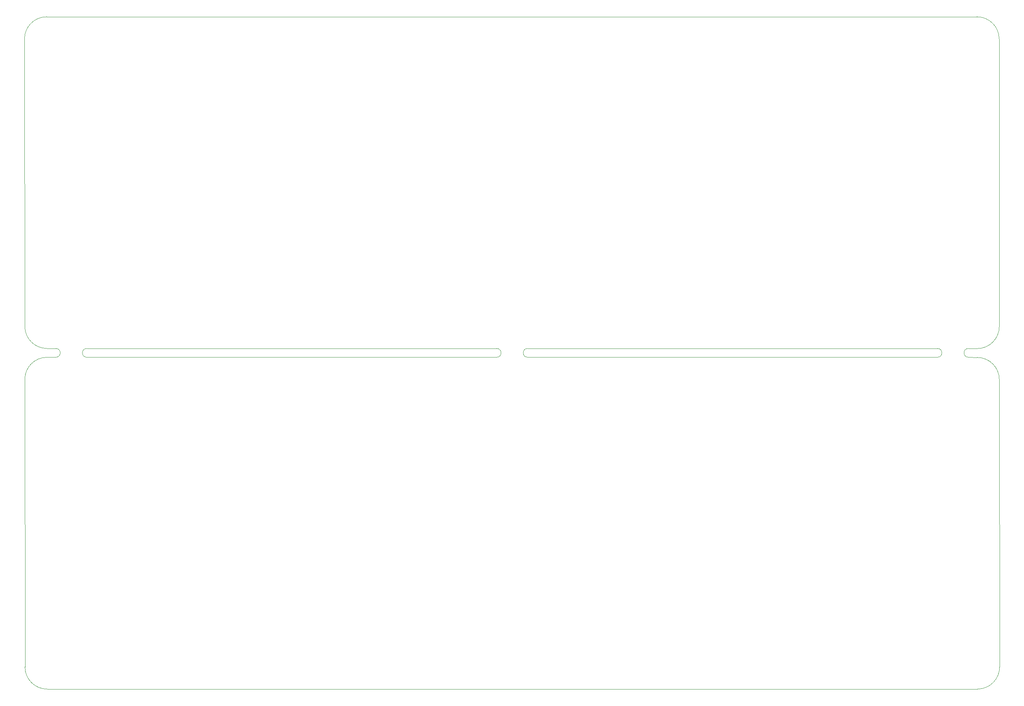
<source format=gbr>
%TF.GenerationSoftware,KiCad,Pcbnew,5.99.0-unknown-5db75805bd~106~ubuntu20.04.1*%
%TF.CreationDate,2021-01-05T12:39:39+10:00*%
%TF.ProjectId,panel_switch_piano_2up,70616e65-6c5f-4737-9769-7463685f7069,rev?*%
%TF.SameCoordinates,PX2faf080PY2160ec0*%
%TF.FileFunction,Profile,NP*%
%FSLAX46Y46*%
G04 Gerber Fmt 4.6, Leading zero omitted, Abs format (unit mm)*
G04 Created by KiCad (PCBNEW 5.99.0-unknown-5db75805bd~106~ubuntu20.04.1) date 2021-01-05 12:39:39*
%MOMM*%
%LPD*%
G01*
G04 APERTURE LIST*
%TA.AperFunction,Profile*%
%ADD10C,0.050000*%
%TD*%
G04 APERTURE END LIST*
D10*
X214428932Y17928932D02*
G75*
G03*
X209428932Y22928932I-5000000J0D01*
G01*
X-571068Y22928932D02*
X209428932Y22928932D01*
X-571068Y22928932D02*
G75*
G03*
X-5571068Y17928932I0J-5000000D01*
G01*
X214464466Y-47035534D02*
X214428932Y17928932D01*
X209464466Y-52035534D02*
G75*
G03*
X214464466Y-47035534I0J5000000D01*
G01*
X-5571068Y17928932D02*
X-5500000Y-47000000D01*
X-5500000Y-47000000D02*
G75*
G03*
X-500000Y-52000000I5000000J0D01*
G01*
X1500000Y-52000000D02*
G75*
G02*
X1500000Y-54000000I0J-1000000D01*
G01*
X8500000Y-52000000D02*
G75*
G03*
X8500000Y-54000000I0J-1000000D01*
G01*
X101000000Y-52000000D02*
G75*
G02*
X101000000Y-54000000I0J-1000000D01*
G01*
X108000000Y-54000000D02*
G75*
G02*
X108000000Y-52000000I0J1000000D01*
G01*
X200500000Y-54000000D02*
G75*
G03*
X200500000Y-52000000I0J1000000D01*
G01*
X207500000Y-52000000D02*
G75*
G03*
X207500000Y-54000000I0J-1000000D01*
G01*
X209464466Y-52035534D02*
X207500000Y-52000000D01*
X209464466Y-54035534D02*
X207500000Y-54000000D01*
X200500000Y-54000000D02*
X108000000Y-54000000D01*
X108000000Y-52000000D02*
X200500000Y-52000000D01*
X101000000Y-52000000D02*
X8500000Y-52000000D01*
X8500000Y-54000000D02*
X101000000Y-54000000D01*
X1500000Y-54000000D02*
X-500000Y-54000000D01*
X-500000Y-52000000D02*
X1500000Y-52000000D01*
X-5500000Y-59000000D02*
X-5464466Y-123964466D01*
X209535534Y-128964466D02*
X-464466Y-128964466D01*
X-500000Y-54000000D02*
G75*
G03*
X-5500000Y-59000000I0J-5000000D01*
G01*
X214464466Y-59035534D02*
G75*
G03*
X209464466Y-54035534I-5000000J0D01*
G01*
X-5464466Y-123964466D02*
G75*
G03*
X-464466Y-128964466I5000000J0D01*
G01*
X209535534Y-128964466D02*
G75*
G03*
X214535534Y-123964466I0J5000000D01*
G01*
X214535534Y-123964466D02*
X214464466Y-59035534D01*
M02*

</source>
